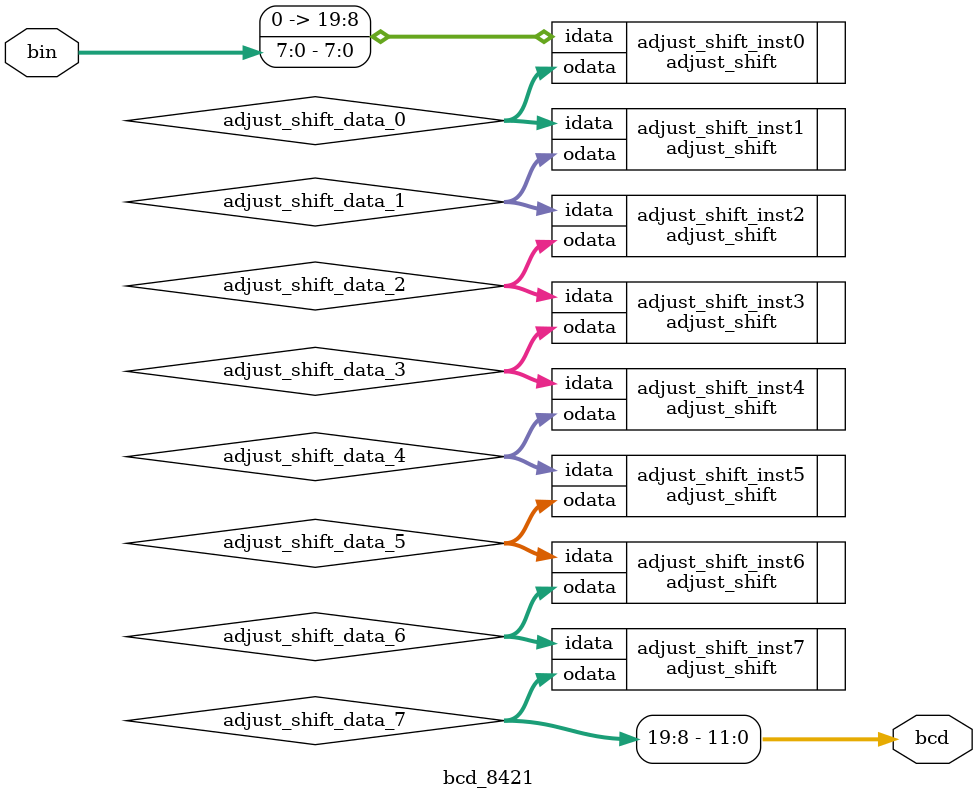
<source format=v>
module bcd_8421(
  input  wire[7:0]    bin,  
  output wire[11:0]   bcd
);
wire      [19:0]  adjust_shift_data_0;
wire      [19:0]  adjust_shift_data_1;
wire      [19:0]  adjust_shift_data_2;
wire      [19:0]  adjust_shift_data_3;
wire      [19:0]  adjust_shift_data_4;
wire      [19:0]  adjust_shift_data_5;
wire      [19:0]  adjust_shift_data_6;
wire      [19:0]  adjust_shift_data_7;
adjust_shift  adjust_shift_inst0 (.idata({12'd0,bin}),.odata(adjust_shift_data_0));
adjust_shift  adjust_shift_inst1 (.idata(adjust_shift_data_0),.odata(adjust_shift_data_1));
adjust_shift  adjust_shift_inst2 (.idata(adjust_shift_data_1),.odata(adjust_shift_data_2));
adjust_shift  adjust_shift_inst3 (.idata(adjust_shift_data_2),.odata(adjust_shift_data_3));
adjust_shift  adjust_shift_inst4 (.idata(adjust_shift_data_3),.odata(adjust_shift_data_4));
adjust_shift  adjust_shift_inst5 (.idata(adjust_shift_data_4),.odata(adjust_shift_data_5));
adjust_shift  adjust_shift_inst6 (.idata(adjust_shift_data_5),.odata(adjust_shift_data_6));
adjust_shift  adjust_shift_inst7 (.idata(adjust_shift_data_6),.odata(adjust_shift_data_7));
assign bcd = adjust_shift_data_7[19:8];
endmodule

</source>
